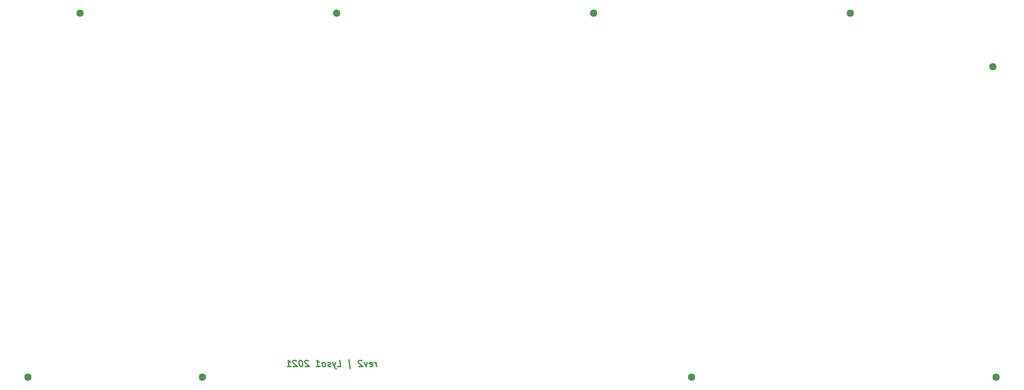
<source format=gbr>
%TF.GenerationSoftware,KiCad,Pcbnew,(5.1.9)-1*%
%TF.CreationDate,2021-10-02T01:37:55-04:00*%
%TF.ProjectId,lckplate,6c636b70-6c61-4746-952e-6b696361645f,rev?*%
%TF.SameCoordinates,Original*%
%TF.FileFunction,Soldermask,Bot*%
%TF.FilePolarity,Negative*%
%FSLAX46Y46*%
G04 Gerber Fmt 4.6, Leading zero omitted, Abs format (unit mm)*
G04 Created by KiCad (PCBNEW (5.1.9)-1) date 2021-10-02 01:37:55*
%MOMM*%
%LPD*%
G01*
G04 APERTURE LIST*
%ADD10C,0.400000*%
%ADD11C,2.300000*%
G04 APERTURE END LIST*
D10*
X119596995Y-156063261D02*
X119430328Y-154729928D01*
X119477947Y-155110880D02*
X119358900Y-154920404D01*
X119251757Y-154825166D01*
X119049376Y-154729928D01*
X118858900Y-154729928D01*
X117585090Y-155968023D02*
X117787471Y-156063261D01*
X118168423Y-156063261D01*
X118346995Y-155968023D01*
X118418423Y-155777547D01*
X118323185Y-155015642D01*
X118204138Y-154825166D01*
X118001757Y-154729928D01*
X117620804Y-154729928D01*
X117442233Y-154825166D01*
X117370804Y-155015642D01*
X117394614Y-155206119D01*
X118370804Y-155396595D01*
X116668423Y-154729928D02*
X116358900Y-156063261D01*
X115716042Y-154729928D01*
X114989852Y-154253738D02*
X114882709Y-154158500D01*
X114680328Y-154063261D01*
X114204138Y-154063261D01*
X114025566Y-154158500D01*
X113942233Y-154253738D01*
X113870804Y-154444214D01*
X113894614Y-154634690D01*
X114025566Y-154920404D01*
X115311280Y-156063261D01*
X114073185Y-156063261D01*
X111299376Y-156729928D02*
X110942233Y-153872785D01*
X107311280Y-156063261D02*
X108263661Y-156063261D01*
X108013661Y-154063261D01*
X106668423Y-154729928D02*
X106358900Y-156063261D01*
X105716042Y-154729928D02*
X106358900Y-156063261D01*
X106608900Y-156539452D01*
X106716042Y-156634690D01*
X106918423Y-156729928D01*
X105204138Y-155968023D02*
X105025566Y-156063261D01*
X104644614Y-156063261D01*
X104442233Y-155968023D01*
X104323185Y-155777547D01*
X104311280Y-155682309D01*
X104382709Y-155491833D01*
X104561280Y-155396595D01*
X104846995Y-155396595D01*
X105025566Y-155301357D01*
X105096995Y-155110880D01*
X105085090Y-155015642D01*
X104966042Y-154825166D01*
X104763661Y-154729928D01*
X104477947Y-154729928D01*
X104299376Y-154825166D01*
X103216042Y-156063261D02*
X103394614Y-155968023D01*
X103477947Y-155872785D01*
X103549376Y-155682309D01*
X103477947Y-155110880D01*
X103358900Y-154920404D01*
X103251757Y-154825166D01*
X103049376Y-154729928D01*
X102763661Y-154729928D01*
X102585090Y-154825166D01*
X102501757Y-154920404D01*
X102430328Y-155110880D01*
X102501757Y-155682309D01*
X102620804Y-155872785D01*
X102727947Y-155968023D01*
X102930328Y-156063261D01*
X103216042Y-156063261D01*
X100644614Y-156063261D02*
X101787471Y-156063261D01*
X101216042Y-156063261D02*
X100966042Y-154063261D01*
X101192233Y-154348976D01*
X101406519Y-154539452D01*
X101608900Y-154634690D01*
X98132709Y-154253738D02*
X98025566Y-154158500D01*
X97823185Y-154063261D01*
X97346995Y-154063261D01*
X97168423Y-154158500D01*
X97085090Y-154253738D01*
X97013661Y-154444214D01*
X97037471Y-154634690D01*
X97168423Y-154920404D01*
X98454138Y-156063261D01*
X97216042Y-156063261D01*
X95727947Y-154063261D02*
X95537471Y-154063261D01*
X95358900Y-154158500D01*
X95275566Y-154253738D01*
X95204138Y-154444214D01*
X95156519Y-154825166D01*
X95216042Y-155301357D01*
X95358900Y-155682309D01*
X95477947Y-155872785D01*
X95585090Y-155968023D01*
X95787471Y-156063261D01*
X95977947Y-156063261D01*
X96156519Y-155968023D01*
X96239852Y-155872785D01*
X96311280Y-155682309D01*
X96358900Y-155301357D01*
X96299376Y-154825166D01*
X96156519Y-154444214D01*
X96037471Y-154253738D01*
X95930328Y-154158500D01*
X95727947Y-154063261D01*
X94323185Y-154253738D02*
X94216042Y-154158500D01*
X94013661Y-154063261D01*
X93537471Y-154063261D01*
X93358900Y-154158500D01*
X93275566Y-154253738D01*
X93204138Y-154444214D01*
X93227947Y-154634690D01*
X93358900Y-154920404D01*
X94644614Y-156063261D01*
X93406519Y-156063261D01*
X91501757Y-156063261D02*
X92644614Y-156063261D01*
X92073185Y-156063261D02*
X91823185Y-154063261D01*
X92049376Y-154348976D01*
X92263661Y-154539452D01*
X92466042Y-154634690D01*
D11*
%TO.C,REF\u002A\u002A*%
X9774817Y-159394163D03*
%TD*%
%TO.C,REF\u002A\u002A*%
X315050167Y-159394163D03*
%TD*%
%TO.C,REF\u002A\u002A*%
X26184817Y-44394163D03*
%TD*%
%TO.C,REF\u002A\u002A*%
X107144817Y-44394163D03*
%TD*%
%TO.C,REF\u002A\u002A*%
X269074817Y-44394163D03*
%TD*%
%TO.C,REF\u002A\u002A*%
X219050167Y-159394163D03*
%TD*%
%TO.C,REF\u002A\u002A*%
X64774817Y-159394163D03*
%TD*%
%TO.C,REF\u002A\u002A*%
X9774817Y-159394163D03*
%TD*%
%TO.C,REF\u002A\u002A*%
X314050167Y-61394163D03*
%TD*%
%TO.C,REF\u002A\u002A*%
X188104817Y-44394163D03*
%TD*%
M02*

</source>
